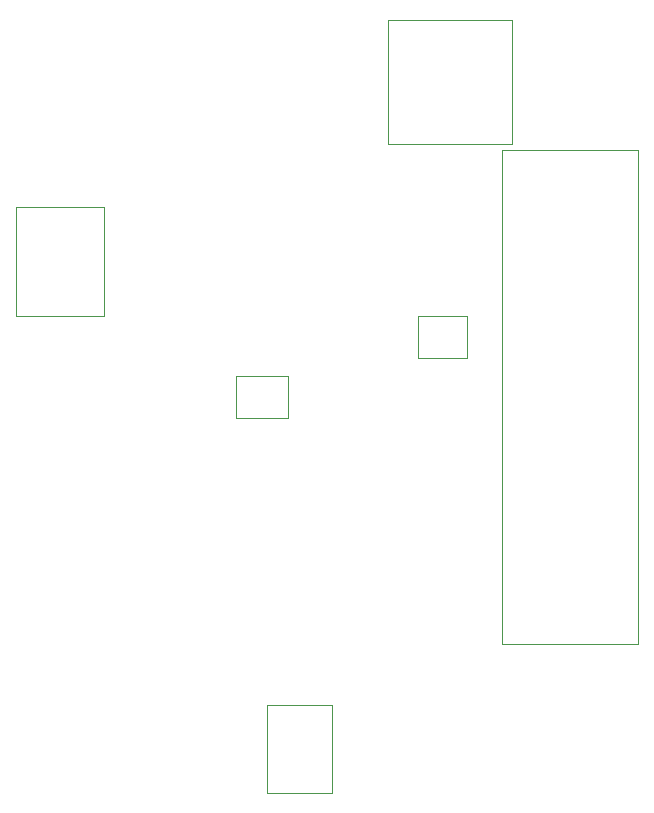
<source format=gbr>
G04 Easy-PC Gerber Version 25.0 Build 5877*
G04 #@! TF.Part,Single*
G04 #@! TF.FileFunction,Other,DaisyCore - Documentation*
G04 #@! TF.FilePolarity,Positive*
%FSLAX35Y35*%
%MOIN*%
%ADD13C,0.00197*%
%ADD14C,0.00394*%
G04 #@! TD.AperFunction*
X0Y0D02*
D02*
D13*
X23085Y278439D02*
X52415D01*
Y242061D01*
X23085D01*
Y278439D01*
X96589Y208163D02*
X113911D01*
Y222337D01*
X96589D01*
Y208163D01*
X128577Y112415D02*
Y83085D01*
X106923D01*
Y112415D01*
X128577D01*
X173419Y242140D02*
X157081D01*
Y228360D01*
X173419D01*
Y242140D01*
D02*
D14*
X147081Y340919D02*
X188419D01*
Y299581D01*
X147081D01*
Y340919D01*
X230526Y297573D02*
Y132927D01*
X185053D01*
Y297573D01*
X230526D01*
X0Y0D02*
M02*

</source>
